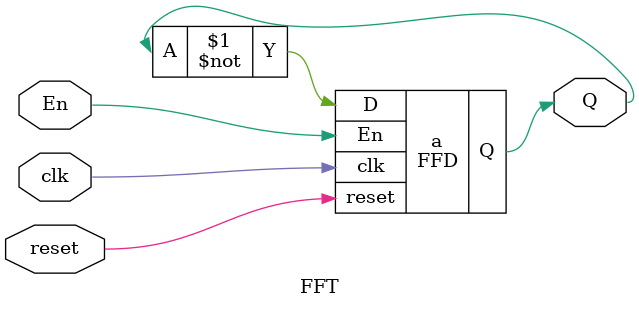
<source format=v>

module FFD(input wire clk, reset, En, D, output reg Q);

    always@(posedge clk or posedge reset) begin
        if(reset)
            Q <= 1'b0;
        else if (En)
            Q <= D;
    end
endmodule

module FFT(input wire clk, reset, En, output wire Q);

    FFD a(clk, reset, En, ~Q, Q);
endmodule
</source>
